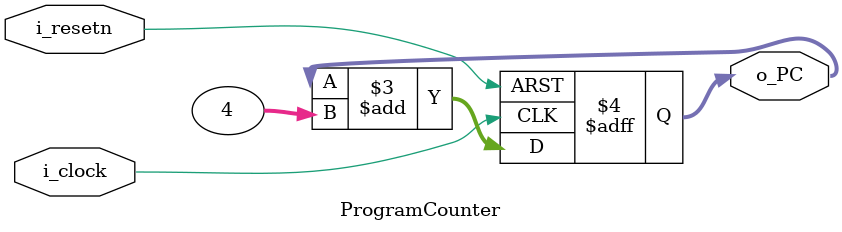
<source format=sv>
`timescale 1ns / 1ps

module ProgramCounter (
  input  logic        i_clock,
  input  logic        i_resetn,
  output logic [31:0] o_PC
);

  always_ff @(posedge i_clock or negedge i_resetn) begin
    if (i_resetn == 1'b0) begin
      o_PC <= 32'h0000_0000;
    end else begin
      o_PC <= o_PC + 32'h4;
    end
  end

endmodule
</source>
